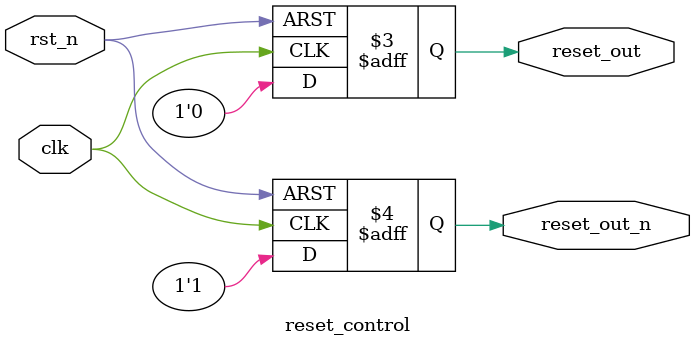
<source format=v>

module reset_control (
	input 					clk,	
	input 					rst_n,
	output	reg				reset_out,
	output	reg				reset_out_n
	);
	
	always@(posedge clk or negedge rst_n)
	begin
		if(rst_n == 1'b0)
		begin
			reset_out		<= 1'b1;
			reset_out_n		<= 1'b0;
		end
		else
		begin
			reset_out		<= 1'b0;
			reset_out_n		<= 1'b1;
		end
	end
	
endmodule

</source>
